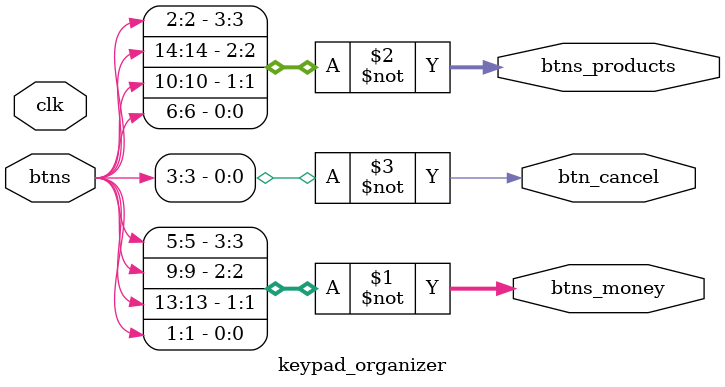
<source format=v>
module keypad_organizer(
    input clk,
    input [15:0] btns,
    output [3:0] btns_money,
    output [3:0] btns_products,
    output btn_cancel
    );
    
    assign btns_money = ~{btns[5], btns[9], btns[13], btns[1]};
    assign btns_products = ~{btns[2], btns[14], btns[10], btns[6]};
    assign btn_cancel = ~btns[3];
    
endmodule
</source>
